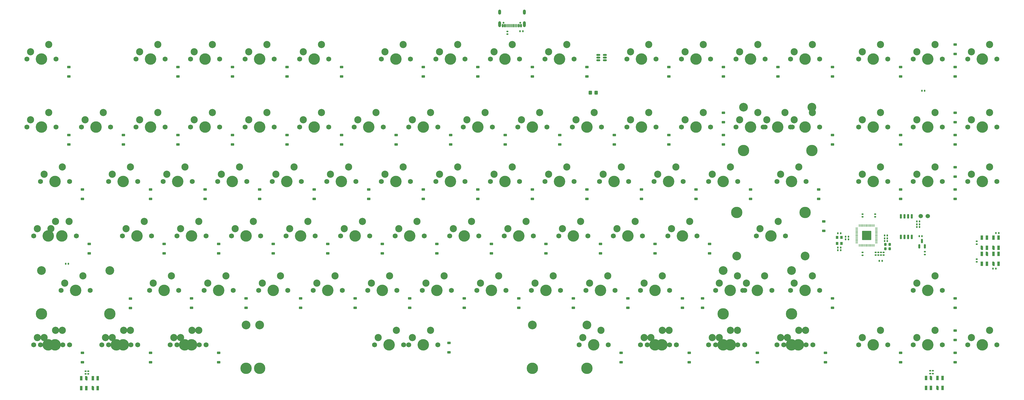
<source format=gbr>
%TF.GenerationSoftware,KiCad,Pcbnew,8.0.1*%
%TF.CreationDate,2025-07-12T18:26:11+09:00*%
%TF.ProjectId,lzIron_RP2040,6c7a4972-6f6e-45f5-9250-323034302e6b,rev?*%
%TF.SameCoordinates,Original*%
%TF.FileFunction,Soldermask,Top*%
%TF.FilePolarity,Negative*%
%FSLAX46Y46*%
G04 Gerber Fmt 4.6, Leading zero omitted, Abs format (unit mm)*
G04 Created by KiCad (PCBNEW 8.0.1) date 2025-07-12 18:26:11*
%MOMM*%
%LPD*%
G01*
G04 APERTURE LIST*
G04 Aperture macros list*
%AMRoundRect*
0 Rectangle with rounded corners*
0 $1 Rounding radius*
0 $2 $3 $4 $5 $6 $7 $8 $9 X,Y pos of 4 corners*
0 Add a 4 corners polygon primitive as box body*
4,1,4,$2,$3,$4,$5,$6,$7,$8,$9,$2,$3,0*
0 Add four circle primitives for the rounded corners*
1,1,$1+$1,$2,$3*
1,1,$1+$1,$4,$5*
1,1,$1+$1,$6,$7*
1,1,$1+$1,$8,$9*
0 Add four rect primitives between the rounded corners*
20,1,$1+$1,$2,$3,$4,$5,0*
20,1,$1+$1,$4,$5,$6,$7,0*
20,1,$1+$1,$6,$7,$8,$9,0*
20,1,$1+$1,$8,$9,$2,$3,0*%
%AMOutline5P*
0 Free polygon, 5 corners , with rotation*
0 The origin of the aperture is its center*
0 number of corners: always 5*
0 $1 to $10 corner X, Y*
0 $11 Rotation angle, in degrees counterclockwise*
0 create outline with 5 corners*
4,1,5,$1,$2,$3,$4,$5,$6,$7,$8,$9,$10,$1,$2,$11*%
%AMOutline6P*
0 Free polygon, 6 corners , with rotation*
0 The origin of the aperture is its center*
0 number of corners: always 6*
0 $1 to $12 corner X, Y*
0 $13 Rotation angle, in degrees counterclockwise*
0 create outline with 6 corners*
4,1,6,$1,$2,$3,$4,$5,$6,$7,$8,$9,$10,$11,$12,$1,$2,$13*%
%AMOutline7P*
0 Free polygon, 7 corners , with rotation*
0 The origin of the aperture is its center*
0 number of corners: always 7*
0 $1 to $14 corner X, Y*
0 $15 Rotation angle, in degrees counterclockwise*
0 create outline with 7 corners*
4,1,7,$1,$2,$3,$4,$5,$6,$7,$8,$9,$10,$11,$12,$13,$14,$1,$2,$15*%
%AMOutline8P*
0 Free polygon, 8 corners , with rotation*
0 The origin of the aperture is its center*
0 number of corners: always 8*
0 $1 to $16 corner X, Y*
0 $17 Rotation angle, in degrees counterclockwise*
0 create outline with 8 corners*
4,1,8,$1,$2,$3,$4,$5,$6,$7,$8,$9,$10,$11,$12,$13,$14,$15,$16,$1,$2,$17*%
G04 Aperture macros list end*
%ADD10RoundRect,0.140000X0.140000X0.170000X-0.140000X0.170000X-0.140000X-0.170000X0.140000X-0.170000X0*%
%ADD11RoundRect,0.140000X0.170000X-0.140000X0.170000X0.140000X-0.170000X0.140000X-0.170000X-0.140000X0*%
%ADD12C,1.750000*%
%ADD13C,4.000000*%
%ADD14C,2.500000*%
%ADD15RoundRect,0.225000X0.375000X-0.225000X0.375000X0.225000X-0.375000X0.225000X-0.375000X-0.225000X0*%
%ADD16RoundRect,0.150000X-0.150000X0.650000X-0.150000X-0.650000X0.150000X-0.650000X0.150000X0.650000X0*%
%ADD17C,3.048000*%
%ADD18C,3.987800*%
%ADD19R,0.850000X1.600000*%
%ADD20Outline6P,-0.800000X0.085000X-0.460000X0.425000X0.800000X0.425000X0.800000X-0.085000X0.460000X-0.425000X-0.800000X-0.425000X270.000000*%
%ADD21RoundRect,0.250000X-0.325000X-0.450000X0.325000X-0.450000X0.325000X0.450000X-0.325000X0.450000X0*%
%ADD22RoundRect,0.140000X-0.170000X0.140000X-0.170000X-0.140000X0.170000X-0.140000X0.170000X0.140000X0*%
%ADD23RoundRect,0.140000X-0.140000X-0.170000X0.140000X-0.170000X0.140000X0.170000X-0.140000X0.170000X0*%
%ADD24Outline6P,-0.800000X0.085000X-0.460000X0.425000X0.800000X0.425000X0.800000X-0.085000X0.460000X-0.425000X-0.800000X-0.425000X90.000000*%
%ADD25RoundRect,0.225000X-0.225000X-0.250000X0.225000X-0.250000X0.225000X0.250000X-0.225000X0.250000X0*%
%ADD26RoundRect,0.050000X-0.050000X0.387500X-0.050000X-0.387500X0.050000X-0.387500X0.050000X0.387500X0*%
%ADD27RoundRect,0.050000X-0.387500X0.050000X-0.387500X-0.050000X0.387500X-0.050000X0.387500X0.050000X0*%
%ADD28RoundRect,0.144000X-1.456000X1.456000X-1.456000X-1.456000X1.456000X-1.456000X1.456000X1.456000X0*%
%ADD29RoundRect,0.150000X0.150000X-0.587500X0.150000X0.587500X-0.150000X0.587500X-0.150000X-0.587500X0*%
%ADD30RoundRect,0.225000X0.225000X0.250000X-0.225000X0.250000X-0.225000X-0.250000X0.225000X-0.250000X0*%
%ADD31R,0.900000X1.000000*%
%ADD32C,0.650000*%
%ADD33RoundRect,0.150000X0.150000X0.425000X-0.150000X0.425000X-0.150000X-0.425000X0.150000X-0.425000X0*%
%ADD34RoundRect,0.075000X0.075000X0.500000X-0.075000X0.500000X-0.075000X-0.500000X0.075000X-0.500000X0*%
%ADD35O,1.000000X2.100000*%
%ADD36O,1.000000X1.800000*%
%ADD37RoundRect,0.150000X0.512500X0.150000X-0.512500X0.150000X-0.512500X-0.150000X0.512500X-0.150000X0*%
%ADD38C,1.524000*%
G04 APERTURE END LIST*
D10*
%TO.C,LC2*%
X325930000Y-115625000D03*
X324970000Y-115625000D03*
%TD*%
D11*
%TO.C,C4*%
X282925000Y-123305000D03*
X282925000Y-122345000D03*
%TD*%
D12*
%TO.C,MX21*%
X62731250Y-78550000D03*
D13*
X67811250Y-78550000D03*
D12*
X72891250Y-78550000D03*
D14*
X64001250Y-76010000D03*
X70351250Y-73470000D03*
%TD*%
D15*
%TO.C,D74*%
X196412500Y-141787500D03*
X196412500Y-138487500D03*
%TD*%
%TO.C,D31*%
X267850000Y-84637500D03*
X267850000Y-81337500D03*
%TD*%
D12*
%TO.C,MX82*%
X107975000Y-154750000D03*
D13*
X113055000Y-154750000D03*
D12*
X118135000Y-154750000D03*
X119881250Y-154750000D03*
D13*
X124961250Y-154750000D03*
D12*
X130041250Y-154750000D03*
D14*
X109245000Y-152210000D03*
X121151250Y-152210000D03*
X115595000Y-149670000D03*
X127501250Y-149670000D03*
%TD*%
D12*
%TO.C,MX69*%
X86543750Y-135700000D03*
D13*
X91623750Y-135700000D03*
D12*
X96703750Y-135700000D03*
D14*
X87813750Y-133160000D03*
X94163750Y-130620000D03*
%TD*%
D12*
%TO.C,MX8*%
X148456250Y-54737500D03*
D13*
X153536250Y-54737500D03*
D12*
X158616250Y-54737500D03*
D14*
X149726250Y-52197500D03*
X156076250Y-49657500D03*
%TD*%
D10*
%TO.C,C1*%
X287030000Y-117450000D03*
X286070000Y-117450000D03*
%TD*%
D15*
%TO.C,D68*%
X82112500Y-141787500D03*
X82112500Y-138487500D03*
%TD*%
D16*
%TO.C,U2*%
X295605000Y-109750000D03*
X294335000Y-109750000D03*
X293065000Y-109750000D03*
X291795000Y-109750000D03*
X291795000Y-116950000D03*
X293065000Y-116950000D03*
X294335000Y-116950000D03*
X295605000Y-116950000D03*
%TD*%
D12*
%TO.C,MX47*%
X224656250Y-97600000D03*
D13*
X229736250Y-97600000D03*
D12*
X234816250Y-97600000D03*
D14*
X225926250Y-95060000D03*
X232276250Y-92520000D03*
%TD*%
D17*
%TO.C,REF\u002A\u002A*%
X229704500Y-128715000D03*
D18*
X229704500Y-143925000D03*
D17*
X253580500Y-128715000D03*
D18*
X253580500Y-143925000D03*
%TD*%
D15*
%TO.C,D69*%
X101162500Y-141787500D03*
X101162500Y-138487500D03*
%TD*%
%TO.C,D15*%
X310712500Y-60825000D03*
X310712500Y-57525000D03*
%TD*%
%TO.C,D37*%
X48775000Y-103687500D03*
X48775000Y-100387500D03*
%TD*%
D12*
%TO.C,MX75*%
X200843750Y-135700000D03*
D13*
X205923750Y-135700000D03*
D12*
X211003750Y-135700000D03*
D14*
X202113750Y-133160000D03*
X208463750Y-130620000D03*
%TD*%
D15*
%TO.C,D66*%
X44012500Y-141787500D03*
X44012500Y-138487500D03*
%TD*%
D19*
%TO.C,ULED1*%
X321824999Y-117250001D03*
X320074999Y-117250001D03*
D20*
X320074999Y-120749999D03*
D19*
X321824999Y-120749999D03*
%TD*%
D12*
%TO.C,MX81*%
X36537500Y-154750000D03*
X38918750Y-154750000D03*
D13*
X41617500Y-154750000D03*
X43998750Y-154750000D03*
D12*
X46697500Y-154750000D03*
X49078750Y-154750000D03*
D14*
X37807500Y-152210000D03*
X40188750Y-152210000D03*
X44157500Y-149670000D03*
X46538750Y-149670000D03*
%TD*%
D15*
%TO.C,D75*%
X215462500Y-141787500D03*
X215462500Y-138487500D03*
%TD*%
D12*
%TO.C,MX12*%
X234181250Y-54737500D03*
D13*
X239261250Y-54737500D03*
D12*
X244341250Y-54737500D03*
D14*
X235451250Y-52197500D03*
X241801250Y-49657500D03*
%TD*%
D21*
%TO.C,F1*%
X183300000Y-66500000D03*
X185350000Y-66500000D03*
%TD*%
D12*
%TO.C,MX35*%
X-8706250Y-97600000D03*
D13*
X-3626250Y-97600000D03*
D12*
X1453750Y-97600000D03*
D14*
X-7436250Y-95060000D03*
X-1086250Y-92520000D03*
%TD*%
D22*
%TO.C,C12*%
X285775000Y-122345000D03*
X285775000Y-123305000D03*
%TD*%
D12*
%TO.C,MX56*%
X77018750Y-116650000D03*
D13*
X82098750Y-116650000D03*
D12*
X87178750Y-116650000D03*
D14*
X78288750Y-114110000D03*
X84638750Y-111570000D03*
%TD*%
D23*
%TO.C,R9*%
X158770000Y-45000000D03*
X159730000Y-45000000D03*
%TD*%
D15*
%TO.C,D20*%
X58300000Y-84637500D03*
X58300000Y-81337500D03*
%TD*%
D22*
%TO.C,LC1*%
X318224999Y-118520000D03*
X318224999Y-119480000D03*
%TD*%
D12*
%TO.C,MX85*%
X224656250Y-154750000D03*
X227037500Y-154750000D03*
D13*
X229736250Y-154750000D03*
X232117500Y-154750000D03*
D12*
X234816250Y-154750000D03*
X237197500Y-154750000D03*
D14*
X225926250Y-152210000D03*
X228307500Y-152210000D03*
X232276250Y-149670000D03*
X234657500Y-149670000D03*
%TD*%
D15*
%TO.C,D88*%
X310712500Y-160837500D03*
X310712500Y-157537500D03*
%TD*%
%TO.C,D84*%
X217843750Y-160837500D03*
X217843750Y-157537500D03*
%TD*%
D19*
%TO.C,ULED8*%
X5525000Y-169900000D03*
X7275000Y-169900000D03*
D24*
X7275000Y-166400000D03*
D19*
X5525000Y-166400000D03*
%TD*%
D12*
%TO.C,MX73*%
X162743750Y-135700000D03*
D13*
X167823750Y-135700000D03*
D12*
X172903750Y-135700000D03*
D14*
X164013750Y-133160000D03*
X170363750Y-130620000D03*
%TD*%
D10*
%TO.C,C8*%
X298305000Y-113474999D03*
X297345000Y-113474999D03*
%TD*%
D15*
%TO.C,D36*%
X29725000Y-103687500D03*
X29725000Y-100387500D03*
%TD*%
%TO.C,D34*%
X310712500Y-76800000D03*
X310712500Y-73500000D03*
%TD*%
%TO.C,D52*%
X8293750Y-122737500D03*
X8293750Y-119437500D03*
%TD*%
D12*
%TO.C,MX74*%
X181793750Y-135700000D03*
D13*
X186873750Y-135700000D03*
D12*
X191953750Y-135700000D03*
D14*
X183063750Y-133160000D03*
X189413750Y-130620000D03*
%TD*%
D12*
%TO.C,MX1*%
X-13468750Y-54737500D03*
D13*
X-8388750Y-54737500D03*
D12*
X-3308750Y-54737500D03*
D14*
X-12198750Y-52197500D03*
X-5848750Y-49657500D03*
%TD*%
D12*
%TO.C,MX63*%
X210368750Y-116650000D03*
D13*
X215448750Y-116650000D03*
D12*
X220528750Y-116650000D03*
D14*
X211638750Y-114110000D03*
X217988750Y-111570000D03*
%TD*%
D12*
%TO.C,MX44*%
X167506250Y-97600000D03*
D13*
X172586250Y-97600000D03*
D12*
X177666250Y-97600000D03*
D14*
X168776250Y-95060000D03*
X175126250Y-92520000D03*
%TD*%
D19*
%TO.C,ULED6*%
X300550000Y-169825000D03*
X302300000Y-169825000D03*
D24*
X302300000Y-166325000D03*
D19*
X300550000Y-166325000D03*
%TD*%
D15*
%TO.C,D38*%
X67825000Y-103687500D03*
X67825000Y-100387500D03*
%TD*%
D12*
%TO.C,MX62*%
X191318750Y-116650000D03*
D13*
X196398750Y-116650000D03*
D12*
X201478750Y-116650000D03*
D14*
X192588750Y-114110000D03*
X198938750Y-111570000D03*
%TD*%
D11*
%TO.C,C3*%
X283875000Y-123305000D03*
X283875000Y-122345000D03*
%TD*%
D15*
%TO.C,D58*%
X129737500Y-122737500D03*
X129737500Y-119437500D03*
%TD*%
D23*
%TO.C,C7*%
X272495000Y-116875000D03*
X273455000Y-116875000D03*
%TD*%
D11*
%TO.C,C5*%
X278400000Y-123380000D03*
X278400000Y-122420000D03*
%TD*%
D12*
%TO.C,MX18*%
X5581250Y-78550000D03*
D13*
X10661250Y-78550000D03*
D12*
X15741250Y-78550000D03*
D14*
X6851250Y-76010000D03*
X13201250Y-73470000D03*
%TD*%
D12*
%TO.C,MX83*%
X179412500Y-154750000D03*
D13*
X184492500Y-154750000D03*
D12*
X189572500Y-154750000D03*
D14*
X180682500Y-152210000D03*
X187032500Y-149670000D03*
%TD*%
D12*
%TO.C,MX64*%
X241325000Y-116650000D03*
D13*
X246405000Y-116650000D03*
D12*
X251485000Y-116650000D03*
D14*
X242595000Y-114110000D03*
X248945000Y-111570000D03*
%TD*%
D15*
%TO.C,D11*%
X229750000Y-60825000D03*
X229750000Y-57525000D03*
%TD*%
D12*
%TO.C,MX52*%
X-11087500Y-116650000D03*
X-6325000Y-116650000D03*
D13*
X-6007500Y-116650000D03*
X-1245000Y-116650000D03*
D12*
X-927500Y-116650000D03*
X3835000Y-116650000D03*
D14*
X-5055000Y-114110000D03*
X-3467500Y-111570000D03*
X-9817500Y-114110000D03*
X1295000Y-111570000D03*
%TD*%
D12*
%TO.C,MX25*%
X138931250Y-78550000D03*
D13*
X144011250Y-78550000D03*
D12*
X149091250Y-78550000D03*
D14*
X140201250Y-76010000D03*
X146551250Y-73470000D03*
%TD*%
D12*
%TO.C,MX41*%
X110356250Y-97600000D03*
D13*
X115436250Y-97600000D03*
D12*
X120516250Y-97600000D03*
D14*
X111626250Y-95060000D03*
X117976250Y-92520000D03*
%TD*%
D12*
%TO.C,MX22*%
X81781250Y-78550000D03*
D13*
X86861250Y-78550000D03*
D12*
X91941250Y-78550000D03*
D14*
X83051250Y-76010000D03*
X89401250Y-73470000D03*
%TD*%
D15*
%TO.C,D83*%
X194031250Y-160837500D03*
X194031250Y-157537500D03*
%TD*%
%TO.C,D2*%
X39250000Y-60825000D03*
X39250000Y-57525000D03*
%TD*%
D12*
%TO.C,MX60*%
X153218750Y-116650000D03*
D13*
X158298750Y-116650000D03*
D12*
X163378750Y-116650000D03*
D14*
X154488750Y-114110000D03*
X160838750Y-111570000D03*
%TD*%
D15*
%TO.C,D46*%
X220225000Y-103687500D03*
X220225000Y-100387500D03*
%TD*%
D23*
%TO.C,C16*%
X269770000Y-120675000D03*
X270730000Y-120675000D03*
%TD*%
D22*
%TO.C,C6*%
X278350000Y-108994999D03*
X278350000Y-109954999D03*
%TD*%
D15*
%TO.C,D9*%
X182125000Y-60825000D03*
X182125000Y-57525000D03*
%TD*%
D22*
%TO.C,C17*%
X282750000Y-108995000D03*
X282750000Y-109955000D03*
%TD*%
D12*
%TO.C,MX68*%
X67493750Y-135700000D03*
D13*
X72573750Y-135700000D03*
D12*
X77653750Y-135700000D03*
D14*
X68763750Y-133160000D03*
X75113750Y-130620000D03*
%TD*%
D12*
%TO.C,MX80*%
X12725000Y-154750000D03*
X15106250Y-154750000D03*
D13*
X17805000Y-154750000D03*
X20186250Y-154750000D03*
D12*
X22885000Y-154750000D03*
X25266250Y-154750000D03*
D14*
X13995000Y-152210000D03*
X16376250Y-152210000D03*
X20345000Y-149670000D03*
X22726250Y-149670000D03*
%TD*%
D12*
%TO.C,MX30*%
X234181250Y-78550000D03*
D13*
X239261250Y-78550000D03*
D12*
X244341250Y-78550000D03*
D14*
X235451250Y-76010000D03*
X241801250Y-73470000D03*
%TD*%
D15*
%TO.C,D63*%
X224987500Y-122737500D03*
X224987500Y-119437500D03*
%TD*%
D12*
%TO.C,MX61*%
X172268750Y-116650000D03*
D13*
X177348750Y-116650000D03*
D12*
X182428750Y-116650000D03*
D14*
X173538750Y-114110000D03*
X179888750Y-111570000D03*
%TD*%
D15*
%TO.C,D4*%
X77350000Y-60825000D03*
X77350000Y-57525000D03*
%TD*%
D12*
%TO.C,MX54*%
X38918750Y-116650000D03*
D13*
X43998750Y-116650000D03*
D12*
X49078750Y-116650000D03*
D14*
X40188750Y-114110000D03*
X46538750Y-111570000D03*
%TD*%
D15*
%TO.C,D43*%
X163075000Y-103687500D03*
X163075000Y-100387500D03*
%TD*%
%TO.C,D85*%
X241656250Y-160837500D03*
X241656250Y-157537500D03*
%TD*%
D12*
%TO.C,MX78*%
X296093750Y-135700000D03*
D13*
X301173750Y-135700000D03*
D12*
X306253750Y-135700000D03*
D14*
X297363750Y-133160000D03*
X303713750Y-130620000D03*
%TD*%
D19*
%TO.C,ULED2*%
X325850000Y-117250001D03*
X324100000Y-117250001D03*
D20*
X324100000Y-120749999D03*
D19*
X325850000Y-120749999D03*
%TD*%
D12*
%TO.C,MX24*%
X119881250Y-78550000D03*
D13*
X124961250Y-78550000D03*
D12*
X130041250Y-78550000D03*
D14*
X121151250Y-76010000D03*
X127501250Y-73470000D03*
%TD*%
D12*
%TO.C,MX51*%
X315143750Y-97600000D03*
D13*
X320223750Y-97600000D03*
D12*
X325303750Y-97600000D03*
D14*
X316413750Y-95060000D03*
X322763750Y-92520000D03*
%TD*%
D12*
%TO.C,MX48*%
X248468750Y-97600000D03*
D13*
X253548750Y-97600000D03*
D12*
X258628750Y-97600000D03*
D14*
X249738750Y-95060000D03*
X256088750Y-92520000D03*
%TD*%
D15*
%TO.C,D89*%
X310712500Y-153000000D03*
X310712500Y-149700000D03*
%TD*%
%TO.C,D3*%
X58300000Y-60825000D03*
X58300000Y-57525000D03*
%TD*%
D12*
%TO.C,MX26*%
X157981250Y-78550000D03*
D13*
X163061250Y-78550000D03*
D12*
X168141250Y-78550000D03*
D14*
X159251250Y-76010000D03*
X165601250Y-73470000D03*
%TD*%
D15*
%TO.C,D6*%
X124975000Y-60825000D03*
X124975000Y-57525000D03*
%TD*%
D10*
%TO.C,R6*%
X270730000Y-121625000D03*
X269770000Y-121625000D03*
%TD*%
D15*
%TO.C,D18*%
X20200000Y-84637500D03*
X20200000Y-81337500D03*
%TD*%
%TO.C,D47*%
X239275000Y-103687500D03*
X239275000Y-100387500D03*
%TD*%
%TO.C,D82*%
X133950000Y-157350000D03*
X133950000Y-154050000D03*
%TD*%
D10*
%TO.C,R4*%
X298305000Y-111577096D03*
X297345000Y-111577096D03*
%TD*%
D15*
%TO.C,D27*%
X191650000Y-84637500D03*
X191650000Y-81337500D03*
%TD*%
%TO.C,D19*%
X39250000Y-84637500D03*
X39250000Y-81337500D03*
%TD*%
D12*
%TO.C,MX17*%
X-13468750Y-78550000D03*
D13*
X-8388750Y-78550000D03*
D12*
X-3308750Y-78550000D03*
D14*
X-12198750Y-76010000D03*
X-5848750Y-73470000D03*
%TD*%
D19*
%TO.C,ULED4*%
X320074999Y-126399999D03*
X321824999Y-126399999D03*
D24*
X321824999Y-122900001D03*
D19*
X320074999Y-122900001D03*
%TD*%
D12*
%TO.C,MX67*%
X48443750Y-135700000D03*
D13*
X53523750Y-135700000D03*
D12*
X58603750Y-135700000D03*
D14*
X49713750Y-133160000D03*
X56063750Y-130620000D03*
%TD*%
D12*
%TO.C,MX29*%
X215131250Y-78550000D03*
D13*
X220211250Y-78550000D03*
D12*
X225291250Y-78550000D03*
D14*
X216401250Y-76010000D03*
X222751250Y-73470000D03*
%TD*%
D19*
%TO.C,ULED5*%
X306325000Y-166325000D03*
X304575000Y-166325000D03*
D20*
X304575000Y-169825000D03*
D19*
X306325000Y-169825000D03*
%TD*%
D12*
%TO.C,MX87*%
X277043750Y-154750000D03*
D13*
X282123750Y-154750000D03*
D12*
X287203750Y-154750000D03*
D14*
X278313750Y-152210000D03*
X284663750Y-149670000D03*
%TD*%
D12*
%TO.C,MX5*%
X81781250Y-54737500D03*
D13*
X86861250Y-54737500D03*
D12*
X91941250Y-54737500D03*
D14*
X83051250Y-52197500D03*
X89401250Y-49657500D03*
%TD*%
D15*
%TO.C,D42*%
X144025000Y-103687500D03*
X144025000Y-100387500D03*
%TD*%
D12*
%TO.C,MX15*%
X296093750Y-54737500D03*
D13*
X301173750Y-54737500D03*
D12*
X306253750Y-54737500D03*
D14*
X297363750Y-52197500D03*
X303713750Y-49657500D03*
%TD*%
D15*
%TO.C,D25*%
X153550000Y-84637500D03*
X153550000Y-81337500D03*
%TD*%
D10*
%TO.C,LC3*%
X324930000Y-128075000D03*
X323970000Y-128075000D03*
%TD*%
D15*
%TO.C,D56*%
X91637500Y-122737500D03*
X91637500Y-119437500D03*
%TD*%
D12*
%TO.C,MX86*%
X248468750Y-154750000D03*
X250850000Y-154750000D03*
D13*
X253548750Y-154750000D03*
X255930000Y-154750000D03*
D12*
X258628750Y-154750000D03*
X261010000Y-154750000D03*
D14*
X249738750Y-152210000D03*
X252120000Y-152210000D03*
X256088750Y-149670000D03*
X258470000Y-149670000D03*
%TD*%
D12*
%TO.C,MX55*%
X57968750Y-116650000D03*
D13*
X63048750Y-116650000D03*
D12*
X68128750Y-116650000D03*
D14*
X59238750Y-114110000D03*
X65588750Y-111570000D03*
%TD*%
D12*
%TO.C,MX84*%
X200843750Y-154750000D03*
X203225000Y-154750000D03*
D13*
X205923750Y-154750000D03*
X208305000Y-154750000D03*
D12*
X211003750Y-154750000D03*
X213385000Y-154750000D03*
D14*
X202113750Y-152210000D03*
X204495000Y-152210000D03*
X208463750Y-149670000D03*
X210845000Y-149670000D03*
%TD*%
D10*
%TO.C,R5*%
X300080000Y-65800000D03*
X299120000Y-65800000D03*
%TD*%
D15*
%TO.C,D59*%
X148787500Y-122737500D03*
X148787500Y-119437500D03*
%TD*%
%TO.C,D50*%
X310712500Y-103687500D03*
X310712500Y-100387500D03*
%TD*%
D12*
%TO.C,MX53*%
X19868750Y-116650000D03*
D13*
X24948750Y-116650000D03*
D12*
X30028750Y-116650000D03*
D14*
X21138750Y-114110000D03*
X27488750Y-111570000D03*
%TD*%
D12*
%TO.C,MX79*%
X-11087500Y-154750000D03*
X-8706250Y-154750000D03*
D13*
X-6007500Y-154750000D03*
X-3626250Y-154750000D03*
D12*
X-927500Y-154750000D03*
X1453750Y-154750000D03*
D14*
X-9817500Y-152210000D03*
X-7436250Y-152210000D03*
X-3467500Y-149670000D03*
X-1086250Y-149670000D03*
%TD*%
D12*
%TO.C,MX14*%
X277043750Y-54737500D03*
D13*
X282123750Y-54737500D03*
D12*
X287203750Y-54737500D03*
D14*
X278313750Y-52197500D03*
X284663750Y-49657500D03*
%TD*%
D17*
%TO.C,REF\u002A\u002A*%
X258343000Y-123635000D03*
D18*
X258343000Y-108425000D03*
D17*
X234467000Y-123635000D03*
D18*
X234467000Y-108425000D03*
%TD*%
D15*
%TO.C,D53*%
X34487500Y-122737500D03*
X34487500Y-119437500D03*
%TD*%
%TO.C,D10*%
X210700000Y-60825000D03*
X210700000Y-57525000D03*
%TD*%
D22*
%TO.C,C9*%
X284825000Y-122345000D03*
X284825000Y-123305000D03*
%TD*%
%TO.C,LC7*%
X7975000Y-163945000D03*
X7975000Y-164905000D03*
%TD*%
D25*
%TO.C,R2*%
X286350000Y-121125000D03*
X287900000Y-121125000D03*
%TD*%
D23*
%TO.C,R8*%
X75000Y-126325000D03*
X1035000Y-126325000D03*
%TD*%
D12*
%TO.C,MX10*%
X196081250Y-54737500D03*
D13*
X201161250Y-54737500D03*
D12*
X206241250Y-54737500D03*
D14*
X197351250Y-52197500D03*
X203701250Y-49657500D03*
%TD*%
D12*
%TO.C,MX2*%
X24631250Y-54737500D03*
D13*
X29711250Y-54737500D03*
D12*
X34791250Y-54737500D03*
D14*
X25901250Y-52197500D03*
X32251250Y-49657500D03*
%TD*%
D15*
%TO.C,D29*%
X229750000Y-84637500D03*
X229750000Y-81337500D03*
%TD*%
%TO.C,D78*%
X310712500Y-141787500D03*
X310712500Y-138487500D03*
%TD*%
D12*
%TO.C,MX7*%
X129406250Y-54737500D03*
D13*
X134486250Y-54737500D03*
D12*
X139566250Y-54737500D03*
D14*
X130676250Y-52197500D03*
X137026250Y-49657500D03*
%TD*%
D12*
%TO.C,MX31*%
X243706250Y-78550000D03*
D13*
X248786250Y-78550000D03*
D12*
X253231250Y-78550000D03*
X253866250Y-78550000D03*
D13*
X258311250Y-78550000D03*
D12*
X263391250Y-78550000D03*
D14*
X244976250Y-76010000D03*
X254501250Y-76010000D03*
X251326250Y-73470000D03*
X260851250Y-73470000D03*
%TD*%
D15*
%TO.C,D45*%
X201175000Y-103687500D03*
X201175000Y-100387500D03*
%TD*%
D17*
%TO.C,REF\u002A\u002A*%
X236848250Y-71565000D03*
D18*
X236848250Y-86775000D03*
D17*
X260724250Y-71565000D03*
D18*
X260724250Y-86775000D03*
%TD*%
D15*
%TO.C,D26*%
X172600000Y-84637500D03*
X172600000Y-81337500D03*
%TD*%
D12*
%TO.C,MX77*%
X253231250Y-135700000D03*
D13*
X258311250Y-135700000D03*
D12*
X263391250Y-135700000D03*
D14*
X254501250Y-133160000D03*
X260851250Y-130620000D03*
%TD*%
D12*
%TO.C,MX57*%
X96068750Y-116650000D03*
D13*
X101148750Y-116650000D03*
D12*
X106228750Y-116650000D03*
D14*
X97338750Y-114110000D03*
X103688750Y-111570000D03*
%TD*%
D12*
%TO.C,MX20*%
X43681250Y-78550000D03*
D13*
X48761250Y-78550000D03*
D12*
X53841250Y-78550000D03*
D14*
X44951250Y-76010000D03*
X51301250Y-73470000D03*
%TD*%
D10*
%TO.C,R3*%
X298305000Y-112525000D03*
X297345000Y-112525000D03*
%TD*%
D12*
%TO.C,MX16*%
X315143750Y-54737500D03*
D13*
X320223750Y-54737500D03*
D12*
X325303750Y-54737500D03*
D14*
X316413750Y-52197500D03*
X322763750Y-49657500D03*
%TD*%
D12*
%TO.C,MX58*%
X115118750Y-116650000D03*
D13*
X120198750Y-116650000D03*
D12*
X125278750Y-116650000D03*
D14*
X116388750Y-114110000D03*
X122738750Y-111570000D03*
%TD*%
D12*
%TO.C,MX89*%
X315143750Y-154750000D03*
D13*
X320223750Y-154750000D03*
D12*
X325303750Y-154750000D03*
D14*
X316413750Y-152210000D03*
X322763750Y-149670000D03*
%TD*%
D12*
%TO.C,MX46*%
X205606250Y-97600000D03*
D13*
X210686250Y-97600000D03*
D12*
X215766250Y-97600000D03*
D14*
X206876250Y-95060000D03*
X213226250Y-92520000D03*
%TD*%
D12*
%TO.C,MX34*%
X315143750Y-78550000D03*
D13*
X320223750Y-78550000D03*
D12*
X325303750Y-78550000D03*
D14*
X316413750Y-76010000D03*
X322763750Y-73470000D03*
%TD*%
D10*
%TO.C,C13*%
X299130000Y-116700000D03*
X298170000Y-116700000D03*
%TD*%
D15*
%TO.C,D86*%
X265468750Y-160837500D03*
X265468750Y-157537500D03*
%TD*%
%TO.C,D65*%
X22650000Y-141825000D03*
X22650000Y-138525000D03*
%TD*%
%TO.C,D40*%
X105925000Y-103687500D03*
X105925000Y-100387500D03*
%TD*%
%TO.C,D73*%
X177362500Y-141787500D03*
X177362500Y-138487500D03*
%TD*%
D12*
%TO.C,MX40*%
X91306250Y-97600000D03*
D13*
X96386250Y-97600000D03*
D12*
X101466250Y-97600000D03*
D14*
X92576250Y-95060000D03*
X98926250Y-92520000D03*
%TD*%
D26*
%TO.C,U3*%
X282412500Y-113025000D03*
X282012499Y-113025000D03*
X281612500Y-113025000D03*
X281212500Y-113025000D03*
X280812500Y-113025000D03*
X280412501Y-113025000D03*
X280012500Y-113025000D03*
X279612500Y-113025000D03*
X279212499Y-113025000D03*
X278812500Y-113025000D03*
X278412500Y-113025000D03*
X278012500Y-113025000D03*
X277612501Y-113025000D03*
X277212500Y-113025000D03*
D27*
X276375000Y-113862500D03*
X276375000Y-114262501D03*
X276375000Y-114662500D03*
X276375000Y-115062500D03*
X276375000Y-115462500D03*
X276375000Y-115862499D03*
X276375000Y-116262500D03*
X276375000Y-116662500D03*
X276375000Y-117062501D03*
X276375000Y-117462500D03*
X276375000Y-117862500D03*
X276375000Y-118262500D03*
X276375000Y-118662499D03*
X276375000Y-119062500D03*
D26*
X277212500Y-119900000D03*
X277612501Y-119900000D03*
X278012500Y-119900000D03*
X278412500Y-119900000D03*
X278812500Y-119900000D03*
X279212499Y-119900000D03*
X279612500Y-119900000D03*
X280012500Y-119900000D03*
X280412501Y-119900000D03*
X280812500Y-119900000D03*
X281212500Y-119900000D03*
X281612500Y-119900000D03*
X282012499Y-119900000D03*
X282412500Y-119900000D03*
D27*
X283250000Y-119062500D03*
X283250000Y-118662499D03*
X283250000Y-118262500D03*
X283250000Y-117862500D03*
X283250000Y-117462500D03*
X283250000Y-117062501D03*
X283250000Y-116662500D03*
X283250000Y-116262500D03*
X283250000Y-115862499D03*
X283250000Y-115462500D03*
X283250000Y-115062500D03*
X283250000Y-114662500D03*
X283250000Y-114262501D03*
X283250000Y-113862500D03*
D28*
X279812500Y-116462500D03*
%TD*%
D12*
%TO.C,MX59*%
X134168750Y-116650000D03*
D13*
X139248750Y-116650000D03*
D12*
X144328750Y-116650000D03*
D14*
X135438750Y-114110000D03*
X141788750Y-111570000D03*
%TD*%
D12*
%TO.C,MX19*%
X24631250Y-78550000D03*
D13*
X29711250Y-78550000D03*
D12*
X34791250Y-78550000D03*
D14*
X25901250Y-76010000D03*
X32251250Y-73470000D03*
%TD*%
D15*
%TO.C,D51*%
X310712500Y-95850000D03*
X310712500Y-92550000D03*
%TD*%
D19*
%TO.C,ULED7*%
X11300000Y-166400000D03*
X9550000Y-166400000D03*
D20*
X9550000Y-169900000D03*
D19*
X11300000Y-169900000D03*
%TD*%
D15*
%TO.C,D64*%
X264800000Y-114875000D03*
X264800000Y-111575000D03*
%TD*%
D12*
%TO.C,MX28*%
X196081250Y-78550000D03*
D13*
X201161250Y-78550000D03*
D12*
X206241250Y-78550000D03*
D14*
X197351250Y-76010000D03*
X203701250Y-73470000D03*
%TD*%
D12*
%TO.C,MX76*%
X227037500Y-135700000D03*
D13*
X232117500Y-135700000D03*
D12*
X236562500Y-135700000D03*
X237197500Y-135700000D03*
D13*
X241642500Y-135700000D03*
D12*
X246722500Y-135700000D03*
D14*
X228307500Y-133160000D03*
X244182500Y-130620000D03*
X234657500Y-130620000D03*
X237832500Y-133160000D03*
%TD*%
D29*
%TO.C,U1*%
X298209619Y-120277881D03*
X300109619Y-120277881D03*
X299159619Y-118402880D03*
%TD*%
D15*
%TO.C,D23*%
X115450000Y-84637500D03*
X115450000Y-81337500D03*
%TD*%
%TO.C,D87*%
X291662500Y-160837500D03*
X291662500Y-157537500D03*
%TD*%
%TO.C,D12*%
X248800000Y-60825000D03*
X248800000Y-57525000D03*
%TD*%
%TO.C,D44*%
X182125000Y-103687500D03*
X182125000Y-100387500D03*
%TD*%
%TO.C,D57*%
X110687500Y-122737500D03*
X110687500Y-119437500D03*
%TD*%
D12*
%TO.C,MX72*%
X143693750Y-135700000D03*
D13*
X148773750Y-135700000D03*
D12*
X153853750Y-135700000D03*
D14*
X144963750Y-133160000D03*
X151313750Y-130620000D03*
%TD*%
D12*
%TO.C,MX33*%
X296093750Y-78550000D03*
D13*
X301173750Y-78550000D03*
D12*
X306253750Y-78550000D03*
D14*
X297363750Y-76010000D03*
X303713750Y-73470000D03*
%TD*%
D15*
%TO.C,D76*%
X222500000Y-141787500D03*
X222500000Y-138487500D03*
%TD*%
%TO.C,D80*%
X29725000Y-160837500D03*
X29725000Y-157537500D03*
%TD*%
D11*
%TO.C,LC4*%
X318225000Y-125705000D03*
X318225000Y-124745000D03*
%TD*%
D12*
%TO.C,MX32*%
X277043750Y-78550000D03*
D13*
X282123750Y-78550000D03*
D12*
X287203750Y-78550000D03*
D14*
X278313750Y-76010000D03*
X284663750Y-73470000D03*
%TD*%
D15*
%TO.C,D32*%
X291662500Y-84637500D03*
X291662500Y-81337500D03*
%TD*%
D30*
%TO.C,R1*%
X287900000Y-119625000D03*
X286350000Y-119625000D03*
%TD*%
D17*
%TO.C,REF\u002A\u002A*%
X63055000Y-147765000D03*
D18*
X63055000Y-162975000D03*
D17*
X163055000Y-147765000D03*
D18*
X163055000Y-162975000D03*
%TD*%
D12*
%TO.C,MX49*%
X277043750Y-97600000D03*
D13*
X282123750Y-97600000D03*
D12*
X287203750Y-97600000D03*
D14*
X278313750Y-95060000D03*
X284663750Y-92520000D03*
%TD*%
D10*
%TO.C,C2*%
X287035000Y-118400000D03*
X286075000Y-118400000D03*
%TD*%
D22*
%TO.C,LC8*%
X7020000Y-163945000D03*
X7020000Y-164905000D03*
%TD*%
D12*
%TO.C,MX88*%
X296093750Y-154750000D03*
D13*
X301173750Y-154750000D03*
D12*
X306253750Y-154750000D03*
D14*
X297363750Y-152210000D03*
X303713750Y-149670000D03*
%TD*%
D17*
%TO.C,REF\u002A\u002A*%
X67811250Y-147765000D03*
D18*
X67811250Y-162975000D03*
D17*
X182111250Y-147765000D03*
D18*
X182111250Y-162975000D03*
%TD*%
D12*
%TO.C,MX4*%
X62731250Y-54737500D03*
D13*
X67811250Y-54737500D03*
D12*
X72891250Y-54737500D03*
D14*
X64001250Y-52197500D03*
X70351250Y-49657500D03*
%TD*%
D22*
%TO.C,R10*%
X154325000Y-45045000D03*
X154325000Y-46005000D03*
%TD*%
D31*
%TO.C,Y1*%
X269475000Y-117125000D03*
X269475000Y-119275000D03*
X271025000Y-119275000D03*
X271025000Y-117125000D03*
%TD*%
D12*
%TO.C,MX23*%
X100831250Y-78550000D03*
D13*
X105911250Y-78550000D03*
D12*
X110991250Y-78550000D03*
D14*
X102101250Y-76010000D03*
X108451250Y-73470000D03*
%TD*%
D12*
%TO.C,MX39*%
X72256250Y-97600000D03*
D13*
X77336250Y-97600000D03*
D12*
X82416250Y-97600000D03*
D14*
X73526250Y-95060000D03*
X79876250Y-92520000D03*
%TD*%
D12*
%TO.C,MX27*%
X177031250Y-78550000D03*
D13*
X182111250Y-78550000D03*
D12*
X187191250Y-78550000D03*
D14*
X178301250Y-76010000D03*
X184651250Y-73470000D03*
%TD*%
D10*
%TO.C,R11*%
X285205000Y-125350000D03*
X284245000Y-125350000D03*
%TD*%
D12*
%TO.C,MX3*%
X43681250Y-54737500D03*
D13*
X48761250Y-54737500D03*
D12*
X53841250Y-54737500D03*
D14*
X44951250Y-52197500D03*
X51301250Y-49657500D03*
%TD*%
D15*
%TO.C,D79*%
X5912500Y-160837500D03*
X5912500Y-157537500D03*
%TD*%
%TO.C,D60*%
X167837500Y-122737500D03*
X167837500Y-119437500D03*
%TD*%
%TO.C,D33*%
X310712500Y-84637500D03*
X310712500Y-81337500D03*
%TD*%
%TO.C,D24*%
X134500000Y-84637500D03*
X134500000Y-81337500D03*
%TD*%
D12*
%TO.C,MX66*%
X29393750Y-135700000D03*
D13*
X34473750Y-135700000D03*
D12*
X39553750Y-135700000D03*
D14*
X30663750Y-133160000D03*
X37013750Y-130620000D03*
%TD*%
D15*
%TO.C,D81*%
X53537500Y-160837500D03*
X53537500Y-157537500D03*
%TD*%
%TO.C,D41*%
X124975000Y-103687500D03*
X124975000Y-100387500D03*
%TD*%
%TO.C,D5*%
X96400000Y-60825000D03*
X96400000Y-57525000D03*
%TD*%
%TO.C,D14*%
X291662500Y-60825000D03*
X291662500Y-57525000D03*
%TD*%
D12*
%TO.C,MX43*%
X148456250Y-97600000D03*
D13*
X153536250Y-97600000D03*
D12*
X158616250Y-97600000D03*
D14*
X149726250Y-95060000D03*
X156076250Y-92520000D03*
%TD*%
D15*
%TO.C,D71*%
X139262500Y-141787500D03*
X139262500Y-138487500D03*
%TD*%
D19*
%TO.C,ULED3*%
X325850000Y-122900002D03*
X324100000Y-122900002D03*
D20*
X324100000Y-126400000D03*
D19*
X325850000Y-126400000D03*
%TD*%
D15*
%TO.C,D7*%
X144025000Y-60825000D03*
X144025000Y-57525000D03*
%TD*%
%TO.C,D70*%
X120212500Y-141787500D03*
X120212500Y-138487500D03*
%TD*%
D32*
%TO.C,J1*%
X158815000Y-42015000D03*
X153035000Y-42015000D03*
D33*
X159125000Y-43090000D03*
X158325000Y-43090000D03*
D34*
X157175000Y-43089999D03*
X156175000Y-43090000D03*
X155675000Y-43090000D03*
X154675000Y-43089999D03*
D33*
X153525000Y-43090000D03*
X152725000Y-43090000D03*
X152725000Y-43090000D03*
X153525000Y-43090000D03*
D34*
X154175000Y-43090000D03*
X155175000Y-43090000D03*
X156675000Y-43090000D03*
X157675000Y-43090000D03*
D33*
X158325000Y-43090000D03*
X159125000Y-43090000D03*
D35*
X160245000Y-42515000D03*
D36*
X160245000Y-38335000D03*
D35*
X151605000Y-42515000D03*
D36*
X151605000Y-38335000D03*
%TD*%
D22*
%TO.C,LC6*%
X301975000Y-163820000D03*
X301975000Y-164780000D03*
%TD*%
D37*
%TO.C,U4*%
X188387500Y-55199999D03*
X188387500Y-54250000D03*
X188387500Y-53300001D03*
X186112500Y-53300001D03*
X186112500Y-54250000D03*
X186112500Y-55199999D03*
%TD*%
D12*
%TO.C,MX13*%
X253231250Y-54737500D03*
D13*
X258311250Y-54737500D03*
D12*
X263391250Y-54737500D03*
D14*
X254501250Y-52197500D03*
X260851250Y-49657500D03*
%TD*%
D22*
%TO.C,LC5*%
X302925000Y-163820000D03*
X302925000Y-164780000D03*
%TD*%
D12*
%TO.C,MX36*%
X15106250Y-97600000D03*
D13*
X20186250Y-97600000D03*
D12*
X25266250Y-97600000D03*
D14*
X16376250Y-95060000D03*
X22726250Y-92520000D03*
%TD*%
D12*
%TO.C,MX65*%
X-1562500Y-135700000D03*
D13*
X3517500Y-135700000D03*
D12*
X8597500Y-135700000D03*
D14*
X-292500Y-133160000D03*
X6057500Y-130620000D03*
%TD*%
D12*
%TO.C,MX9*%
X167506250Y-54737500D03*
D13*
X172586250Y-54737500D03*
D12*
X177666250Y-54737500D03*
D14*
X168776250Y-52197500D03*
X175126250Y-49657500D03*
%TD*%
D12*
%TO.C,MX6*%
X110356250Y-54737500D03*
D13*
X115436250Y-54737500D03*
D12*
X120516250Y-54737500D03*
D14*
X111626250Y-52197500D03*
X117976250Y-49657500D03*
%TD*%
D15*
%TO.C,D28*%
X210700000Y-84637500D03*
X210700000Y-81337500D03*
%TD*%
%TO.C,D8*%
X163075000Y-60825000D03*
X163075000Y-57525000D03*
%TD*%
%TO.C,D16*%
X310712500Y-52987500D03*
X310712500Y-49687500D03*
%TD*%
D22*
%TO.C,C14*%
X300109619Y-122172882D03*
X300109619Y-123132882D03*
%TD*%
D15*
%TO.C,D13*%
X267850000Y-60825000D03*
X267850000Y-57525000D03*
%TD*%
%TO.C,D55*%
X72587500Y-122737500D03*
X72587500Y-119437500D03*
%TD*%
%TO.C,D30*%
X229775000Y-76875000D03*
X229775000Y-73575000D03*
%TD*%
D23*
%TO.C,C10*%
X286070000Y-116500000D03*
X287030000Y-116500000D03*
%TD*%
D38*
%TO.C,BOOTSEL1*%
X301125000Y-109697904D03*
X298725000Y-109697904D03*
%TD*%
D10*
%TO.C,C11*%
X273455000Y-117825000D03*
X272495000Y-117825000D03*
%TD*%
D15*
%TO.C,D48*%
X263087500Y-103687500D03*
X263087500Y-100387500D03*
%TD*%
%TO.C,D77*%
X267850000Y-141787500D03*
X267850000Y-138487500D03*
%TD*%
%TO.C,D17*%
X1150000Y-84637500D03*
X1150000Y-81337500D03*
%TD*%
%TO.C,D49*%
X291662500Y-103687500D03*
X291662500Y-100387500D03*
%TD*%
%TO.C,D35*%
X5912500Y-103687500D03*
X5912500Y-100387500D03*
%TD*%
%TO.C,D22*%
X96400000Y-84637500D03*
X96400000Y-81337500D03*
%TD*%
D12*
%TO.C,MX70*%
X105593750Y-135700000D03*
D13*
X110673750Y-135700000D03*
D12*
X115753750Y-135700000D03*
D14*
X106863750Y-133160000D03*
X113213750Y-130620000D03*
%TD*%
D15*
%TO.C,D21*%
X77350000Y-84637500D03*
X77350000Y-81337500D03*
%TD*%
%TO.C,D54*%
X53537500Y-122737500D03*
X53537500Y-119437500D03*
%TD*%
D12*
%TO.C,MX45*%
X186556250Y-97600000D03*
D13*
X191636250Y-97600000D03*
D12*
X196716250Y-97600000D03*
D14*
X187826250Y-95060000D03*
X194176250Y-92520000D03*
%TD*%
D15*
%TO.C,D1*%
X1150000Y-60825000D03*
X1150000Y-57525000D03*
%TD*%
D17*
%TO.C,REF\u002A\u002A*%
X-8420500Y-128715000D03*
D18*
X-8420500Y-143925000D03*
D17*
X15455500Y-128715000D03*
D18*
X15455500Y-143925000D03*
%TD*%
D15*
%TO.C,D61*%
X186887500Y-122737500D03*
X186887500Y-119437500D03*
%TD*%
%TO.C,D72*%
X158312500Y-141787500D03*
X158312500Y-138487500D03*
%TD*%
D12*
%TO.C,MX71*%
X124643750Y-135700000D03*
D13*
X129723750Y-135700000D03*
D12*
X134803750Y-135700000D03*
D14*
X125913750Y-133160000D03*
X132263750Y-130620000D03*
%TD*%
D12*
%TO.C,MX38*%
X53206250Y-97600000D03*
D13*
X58286250Y-97600000D03*
D12*
X63366250Y-97600000D03*
D14*
X54476250Y-95060000D03*
X60826250Y-92520000D03*
%TD*%
D10*
%TO.C,C15*%
X270730000Y-115725000D03*
X269770000Y-115725000D03*
%TD*%
D15*
%TO.C,D67*%
X63062500Y-141787500D03*
X63062500Y-138487500D03*
%TD*%
D12*
%TO.C,MX11*%
X215131250Y-54737500D03*
D13*
X220211250Y-54737500D03*
D12*
X225291250Y-54737500D03*
D14*
X216401250Y-52197500D03*
X222751250Y-49657500D03*
%TD*%
D12*
%TO.C,MX42*%
X129406250Y-97600000D03*
D13*
X134486250Y-97600000D03*
D12*
X139566250Y-97600000D03*
D14*
X130676250Y-95060000D03*
X137026250Y-92520000D03*
%TD*%
D12*
%TO.C,MX50*%
X296093750Y-97600000D03*
D13*
X301173750Y-97600000D03*
D12*
X306253750Y-97600000D03*
D14*
X297363750Y-95060000D03*
X303713750Y-92520000D03*
%TD*%
D12*
%TO.C,MX37*%
X34156250Y-97600000D03*
D13*
X39236250Y-97600000D03*
D12*
X44316250Y-97600000D03*
D14*
X35426250Y-95060000D03*
X41776250Y-92520000D03*
%TD*%
D15*
%TO.C,D39*%
X86875000Y-103687500D03*
X86875000Y-100387500D03*
%TD*%
%TO.C,D62*%
X205937500Y-122737500D03*
X205937500Y-119437500D03*
%TD*%
M02*

</source>
